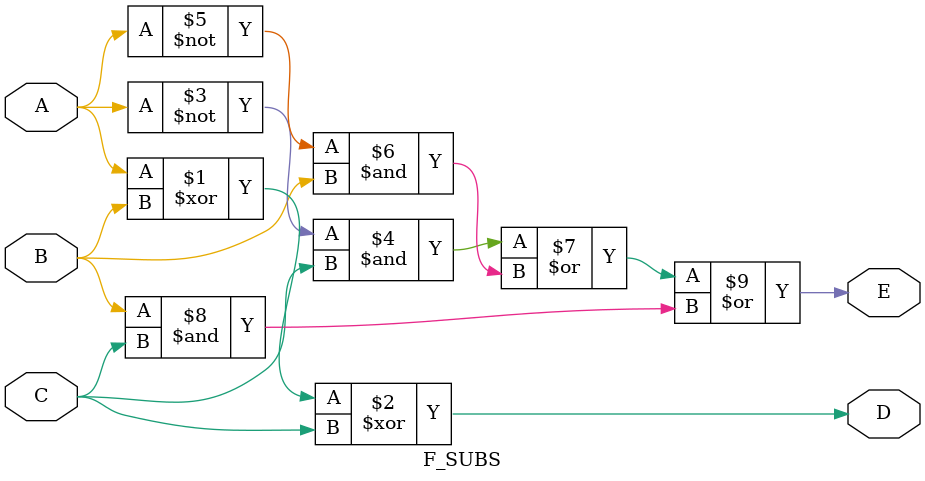
<source format=v>
module F_SUBS(A,B,C,D,E);

input A,B,C;
output D,E;
 assign D=A^B^C;
 assign E=((~(A))&C|(~(A))&B|B&C);

endmodule
</source>
